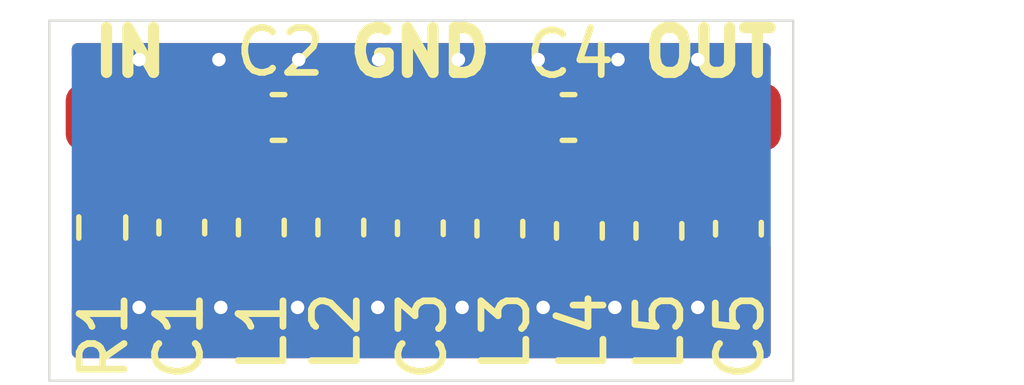
<source format=kicad_pcb>
(kicad_pcb (version 20241228) (generator "pcbnew") (generator_version "9.0")
  (layers (0 "F.Cu" signal) (2 "B.Cu" signal) (13 "F.Paste" user) (15 "B.Paste" user) (5 "F.SilkS" user "F.Silkscreen") (7 "B.SilkS" user "B.Silkscreen") (1 "F.Mask" user) (3 "B.Mask" user) (25 "Edge.Cuts" user))
  (net 0 "")
  (net 1 "Net-(C1-Pad1)")
  (net 2 "GND")
  (net 3 "Net-(C2-Pad2)")
  (net 4 "Net-(C3-Pad1)")
  (net 5 "Net-(C4-Pad2)")
  (net 6 "/output")
  (net 7 "/input")
  (footprint "Capacitor_SMD:C_0603_1608Metric" (layer "F.Cu") (at 40.865 23.62 -90)
    (property "Reference" "C3" (at 2.405 -0.045 90) (layer "F.SilkS"))
    (property "Value" "C_Small")
    (fp_line (start -0.14058 0.51) (end 0.14058 0.51) (stroke (width 0.12)) (layer "F.SilkS"))
    (fp_line (start -0.14058 -0.51) (end 0.14058 -0.51) (stroke (width 0.12)) (layer "F.SilkS"))
    (pad "1" smd roundrect (at -0.775 0 270) (size 0.9 0.95) (layers "F.Cu" "F.Mask" "F.Paste") (net 4 "Net-(C3-Pad1)"))
    (pad "2" smd roundrect (at 0.775 0 270) (size 0.9 0.95) (layers "F.Cu" "F.Mask" "F.Paste") (net 2 "GND"))
  )
  (footprint "my_library:pad_smd_1.5x3" (layer "F.Cu") (at 40.945 21.145)
    (property "Reference" "J3" (hide yes))
    (property "Value" "MountingHole_Pad")
    (pad "1" smd roundrect (at 0 0 90) (size 1.5 3) (layers "F.Cu" "F.Mask" "F.Paste") (net 2 "GND"))
  )
  (footprint "my_library:pad_smd_1.5x3" (layer "F.Cu") (at 47.4 21.14)
    (property "Reference" "J2" (hide yes))
    (property "Value" "MountingHole_Pad")
    (pad "1" smd roundrect (at 0 0 90) (size 1.5 3) (layers "F.Cu" "F.Mask" "F.Paste") (net 6 "/output"))
  )
  (footprint "Capacitor_SMD:C_0603_1608Metric" (layer "F.Cu") (at 37.705 21.15)
    (property "Reference" "C2" (at 0.035 -1.46 0) (layer "F.SilkS"))
    (property "Value" "C_Small")
    (fp_line (start -0.14058 -0.51) (end 0.14058 -0.51) (stroke (width 0.12)) (layer "F.SilkS"))
    (fp_line (start -0.14058 0.51) (end 0.14058 0.51) (stroke (width 0.12)) (layer "F.SilkS"))
    (pad "1" smd roundrect (at -0.775 0) (size 0.9 0.95) (layers "F.Cu" "F.Mask" "F.Paste") (net 1 "Net-(C1-Pad1)"))
    (pad "2" smd roundrect (at 0.775 0) (size 0.9 0.95) (layers "F.Cu" "F.Mask" "F.Paste") (net 3 "Net-(C2-Pad2)"))
  )
  (footprint "Capacitor_SMD:C_0603_1608Metric" (layer "F.Cu") (at 47.95 23.63 -90)
    (property "Reference" "C5" (at 2.395 -0.03 90) (layer "F.SilkS"))
    (property "Value" "C_Small")
    (fp_line (start -0.14058 0.51) (end 0.14058 0.51) (stroke (width 0.12)) (layer "F.SilkS"))
    (fp_line (start -0.14058 -0.51) (end 0.14058 -0.51) (stroke (width 0.12)) (layer "F.SilkS"))
    (pad "1" smd roundrect (at -0.775 0 270) (size 0.9 0.95) (layers "F.Cu" "F.Mask" "F.Paste") (net 6 "/output"))
    (pad "2" smd roundrect (at 0.775 0 270) (size 0.9 0.95) (layers "F.Cu" "F.Mask" "F.Paste") (net 2 "GND"))
  )
  (footprint "Capacitor_SMD:C_0603_1608Metric" (layer "F.Cu") (at 44.165 21.15)
    (property "Reference" "C4" (at 0.038333 -1.41 0) (layer "F.SilkS"))
    (property "Value" "C_Small")
    (fp_line (start -0.14058 -0.51) (end 0.14058 -0.51) (stroke (width 0.12)) (layer "F.SilkS"))
    (fp_line (start -0.14058 0.51) (end 0.14058 0.51) (stroke (width 0.12)) (layer "F.SilkS"))
    (pad "1" smd roundrect (at -0.775 0) (size 0.9 0.95) (layers "F.Cu" "F.Mask" "F.Paste") (net 4 "Net-(C3-Pad1)"))
    (pad "2" smd roundrect (at 0.775 0) (size 0.9 0.95) (layers "F.Cu" "F.Mask" "F.Paste") (net 5 "Net-(C4-Pad2)"))
  )
  (footprint "Inductor_SMD:L_0603_1608Metric" (layer "F.Cu") (at 37.3225 23.605 -90)
    (property "Reference" "L1" (at 2.324762 -0.0275 90) (layer "F.SilkS"))
    (property "Value" "L_Small")
    (fp_line (start -0.162779 0.51) (end 0.162779 0.51) (stroke (width 0.12)) (layer "F.SilkS"))
    (fp_line (start -0.162779 -0.51) (end 0.162779 -0.51) (stroke (width 0.12)) (layer "F.SilkS"))
    (pad "1" smd roundrect (at -0.7875 0 270) (size 0.875 0.95) (layers "F.Cu" "F.Mask" "F.Paste") (net 1 "Net-(C1-Pad1)"))
    (pad "2" smd roundrect (at 0.7875 0 270) (size 0.875 0.95) (layers "F.Cu" "F.Mask" "F.Paste") (net 2 "GND"))
  )
  (footprint "Inductor_SMD:L_0603_1608Metric" (layer "F.Cu") (at 46.17875 23.68 -90)
    (property "Reference" "L5" (at 2.249762 -0.01 90) (layer "F.SilkS"))
    (property "Value" "L_Small")
    (fp_line (start -0.162779 0.51) (end 0.162779 0.51) (stroke (width 0.12)) (layer "F.SilkS"))
    (fp_line (start -0.162779 -0.51) (end 0.162779 -0.51) (stroke (width 0.12)) (layer "F.SilkS"))
    (pad "1" smd roundrect (at -0.7875 0 270) (size 0.875 0.95) (layers "F.Cu" "F.Mask" "F.Paste") (net 6 "/output"))
    (pad "2" smd roundrect (at 0.7875 0 270) (size 0.875 0.95) (layers "F.Cu" "F.Mask" "F.Paste") (net 2 "GND"))
  )
  (footprint "Inductor_SMD:L_0603_1608Metric" (layer "F.Cu") (at 39.09375 23.605 -90)
    (property "Reference" "L2" (at 2.324762 0.11 90) (layer "F.SilkS"))
    (property "Value" "L_Small")
    (fp_line (start -0.162779 0.51) (end 0.162779 0.51) (stroke (width 0.12)) (layer "F.SilkS"))
    (fp_line (start -0.162779 -0.51) (end 0.162779 -0.51) (stroke (width 0.12)) (layer "F.SilkS"))
    (pad "1" smd roundrect (at -0.7875 0 270) (size 0.875 0.95) (layers "F.Cu" "F.Mask" "F.Paste") (net 3 "Net-(C2-Pad2)"))
    (pad "2" smd roundrect (at 0.7875 0 270) (size 0.875 0.95) (layers "F.Cu" "F.Mask" "F.Paste") (net 4 "Net-(C3-Pad1)"))
  )
  (footprint "my_library:pad_smd_1.5x3" (layer "F.Cu") (at 34.465 21.145)
    (property "Reference" "J1" (hide yes))
    (property "Value" "" (hide yes))
    (pad "1" smd roundrect (at 0 0 90) (size 1.5 3) (layers "F.Cu" "F.Mask" "F.Paste") (net 7 "/input"))
  )
  (footprint "Inductor_SMD:L_0603_1608Metric" (layer "F.Cu") (at 44.4075 23.68 -90)
    (property "Reference" "L4" (at 2.249762 -0.07 90) (layer "F.SilkS"))
    (property "Value" "L_Small")
    (fp_line (start -0.162779 0.51) (end 0.162779 0.51) (stroke (width 0.12)) (layer "F.SilkS"))
    (fp_line (start -0.162779 -0.51) (end 0.162779 -0.51) (stroke (width 0.12)) (layer "F.SilkS"))
    (pad "1" smd roundrect (at -0.7875 0 270) (size 0.875 0.95) (layers "F.Cu" "F.Mask" "F.Paste") (net 5 "Net-(C4-Pad2)"))
    (pad "2" smd roundrect (at 0.7875 0 270) (size 0.875 0.95) (layers "F.Cu" "F.Mask" "F.Paste") (net 6 "/output"))
  )
  (footprint "Capacitor_SMD:C_0603_1608Metric" (layer "F.Cu") (at 35.55125 23.605 -90)
    (property "Reference" "C1" (at 2.42 0.06125 90) (layer "F.SilkS"))
    (property "Value" "C_Small")
    (fp_line (start -0.14058 0.51) (end 0.14058 0.51) (stroke (width 0.12)) (layer "F.SilkS"))
    (fp_line (start -0.14058 -0.51) (end 0.14058 -0.51) (stroke (width 0.12)) (layer "F.SilkS"))
    (pad "1" smd roundrect (at -0.775 0 270) (size 0.9 0.95) (layers "F.Cu" "F.Mask" "F.Paste") (net 1 "Net-(C1-Pad1)"))
    (pad "2" smd roundrect (at 0.775 0 270) (size 0.9 0.95) (layers "F.Cu" "F.Mask" "F.Paste") (net 2 "GND"))
  )
  (footprint "Resistor_SMD:R_0603_1608Metric" (layer "F.Cu") (at 33.78 23.605 -90)
    (property "Reference" "R1" (at 2.42 -0.03 90) (layer "F.SilkS"))
    (property "Value" "R_Small")
    (fp_line (start -0.237258 0.5225) (end 0.237258 0.5225) (stroke (width 0.12)) (layer "F.SilkS"))
    (fp_line (start -0.237258 -0.5225) (end 0.237258 -0.5225) (stroke (width 0.12)) (layer "F.SilkS"))
    (pad "1" smd roundrect (at -0.825 0 270) (size 0.8 0.95) (layers "F.Cu" "F.Mask" "F.Paste") (net 7 "/input"))
    (pad "2" smd roundrect (at 0.825 0 270) (size 0.8 0.95) (layers "F.Cu" "F.Mask" "F.Paste") (net 1 "Net-(C1-Pad1)"))
  )
  (footprint "Inductor_SMD:L_0603_1608Metric" (layer "F.Cu") (at 42.63625 23.63 -90)
    (property "Reference" "L3" (at 2.299762 -0.12375 90) (layer "F.SilkS"))
    (property "Value" "L_Small")
    (fp_line (start -0.162779 0.51) (end 0.162779 0.51) (stroke (width 0.12)) (layer "F.SilkS"))
    (fp_line (start -0.162779 -0.51) (end 0.162779 -0.51) (stroke (width 0.12)) (layer "F.SilkS"))
    (pad "1" smd roundrect (at -0.7875 0 270) (size 0.875 0.95) (layers "F.Cu" "F.Mask" "F.Paste") (net 4 "Net-(C3-Pad1)"))
    (pad "2" smd roundrect (at 0.7875 0 270) (size 0.875 0.95) (layers "F.Cu" "F.Mask" "F.Paste") (net 2 "GND"))
  )
  (gr_rect (start 32.6 18.99) (end 49.17 27.02) (stroke (width 0.05)) (fill no) (layer "Edge.Cuts"))
  (gr_text "IN" (at 33.471429 20.28 0) (layer "F.SilkS") (effects (font (size 1 1) (thickness 0.25) (bold yes)) (justify left bottom)))
  (gr_text "GND" (at 39.172858 20.28 0) (layer "F.SilkS") (effects (font (size 1 1) (thickness 0.25) (bold yes)) (justify left bottom)))
  (gr_text "OUT" (at 45.731429 20.28 0) (layer "F.SilkS") (effects (font (size 1 1) (thickness 0.25) (bold yes)) (justify left bottom)))
  (segment (start 35.1 22.83) (end 35.55125 22.83) (width 0.2) (layer "F.Cu") (net 1))
  (segment (start 35.56375 22.8175) (end 35.55125 22.83) (width 0.2) (layer "F.Cu") (net 1))
  (segment (start 37.3225 22.8175) (end 37.3225 21.5425) (width 0.2) (layer "F.Cu") (net 1))
  (segment (start 37.3225 21.5425) (end 36.93 21.15) (width 0.2) (layer "F.Cu") (net 1))
  (segment (start 33.78 24.43) (end 33.78 24.15) (width 0.2) (layer "F.Cu") (net 1))
  (segment (start 33.78 24.15) (end 35.1 22.83) (width 0.2) (layer "F.Cu") (net 1))
  (segment (start 37.3225 22.8175) (end 35.56375 22.8175) (width 0.2) (layer "F.Cu") (net 1))
  (segment (start 37.31 24.38) (end 37.3225 24.3925) (width 0.2) (layer "F.Cu") (net 2))
  (segment (start 35.50125 24.43) (end 35.55125 24.38) (width 0.2) (layer "F.Cu") (net 2))
  (via (at 38.13 25.386131) (size 0.6) (drill 0.3) (layers "F.Cu" "B.Cu") (net 2))
  (via (at 38.155615 19.86) (size 0.6) (drill 0.3) (layers "F.Cu" "B.Cu") (net 2))
  (via (at 47.044652 25.386131) (size 0.6) (drill 0.3) (layers "F.Cu" "B.Cu") (net 2))
  (via (at 41.71123 19.86) (size 0.6) (drill 0.3) (layers "F.Cu" "B.Cu") (net 2))
  (via (at 36.42 25.386131) (size 0.6) (drill 0.3) (layers "F.Cu" "B.Cu") (net 2))
  (via (at 39.917006 25.386131) (size 0.6) (drill 0.3) (layers "F.Cu" "B.Cu") (net 2))
  (via (at 47.044652 19.86) (size 0.6) (drill 0.3) (layers "F.Cu" "B.Cu") (net 2))
  (via (at 45.266845 19.86) (size 0.6) (drill 0.3) (layers "F.Cu" "B.Cu") (net 2))
  (via (at 43.600142 25.386131) (size 0.6) (drill 0.3) (layers "F.Cu" "B.Cu") (net 2))
  (via (at 43.489037 19.86) (size 0.6) (drill 0.3) (layers "F.Cu" "B.Cu") (net 2))
  (via (at 36.377807 19.86) (size 0.6) (drill 0.3) (layers "F.Cu" "B.Cu") (net 2))
  (via (at 39.933422 19.86) (size 0.6) (drill 0.3) (layers "F.Cu" "B.Cu") (net 2))
  (via (at 41.794887 25.386131) (size 0.6) (drill 0.3) (layers "F.Cu" "B.Cu") (net 2))
  (via (at 45.197897 25.386131) (size 0.6) (drill 0.3) (layers "F.Cu" "B.Cu") (net 2))
  (via (at 34.6 19.86) (size 0.6) (drill 0.3) (layers "F.Cu" "B.Cu") (net 2))
  (via (at 34.6 25.386131) (size 0.6) (drill 0.3) (layers "F.Cu" "B.Cu") (net 2))
  (segment (start 38.48 21.15) (end 38.48 22.20375) (width 0.2) (layer "F.Cu") (net 3))
  (segment (start 38.48 22.20375) (end 39.09375 22.8175) (width 0.2) (layer "F.Cu") (net 3))
  (segment (start 39.09375 24.3925) (end 39.09375 24.22625) (width 0.2) (layer "F.Cu") (net 4))
  (segment (start 43.39 22.05) (end 43.39 21.15) (width 0.2) (layer "F.Cu") (net 4))
  (segment (start 40.865 22.845) (end 42.63375 22.845) (width 0.2) (layer "F.Cu") (net 4))
  (segment (start 42.63625 22.8425) (end 42.63625 22.80375) (width 0.2) (layer "F.Cu") (net 4))
  (segment (start 42.63375 22.845) (end 42.63625 22.8425) (width 0.2) (layer "F.Cu") (net 4))
  (segment (start 42.63625 22.80375) (end 43.39 22.05) (width 0.2) (layer "F.Cu") (net 4))
  (segment (start 40.475 22.845) (end 40.865 22.845) (width 0.2) (layer "F.Cu") (net 4))
  (segment (start 39.09375 24.22625) (end 40.475 22.845) (width 0.2) (layer "F.Cu") (net 4))
  (segment (start 44.4075 21.6825) (end 44.94 21.15) (width 0.2) (layer "F.Cu") (net 5))
  (segment (start 44.4075 22.8925) (end 44.4075 21.6825) (width 0.2) (layer "F.Cu") (net 5))
  (segment (start 47.4 21.14) (end 47.4 22.305) (width 0.2) (layer "F.Cu") (net 6))
  (segment (start 44.4075 24.3225) (end 45.8375 22.8925) (width 0.2) (layer "F.Cu") (net 6))
  (segment (start 46.21625 22.855) (end 46.17875 22.8925) (width 0.2) (layer "F.Cu") (net 6))
  (segment (start 45.8375 22.8925) (end 46.17875 22.8925) (width 0.2) (layer "F.Cu") (net 6))
  (segment (start 44.4075 24.4675) (end 44.4075 24.3225) (width 0.2) (layer "F.Cu") (net 6))
  (segment (start 47.95 22.855) (end 46.21625 22.855) (width 0.2) (layer "F.Cu") (net 6))
  (segment (start 47.4 22.305) (end 47.95 22.855) (width 0.2) (layer "F.Cu") (net 6))
  (segment (start 34.465 22.095) (end 33.78 22.78) (width 0.2) (layer "F.Cu") (net 7))
  (segment (start 34.465 21.145) (end 34.465 22.095) (width 0.2) (layer "F.Cu") (net 7))
  (zone (net 2) (net_name "GND") (layer "F.Cu") (priority 1) (connect_pads yes (clearance 0.5)) (min_thickness 0.25) (fill yes (thermal_gap 0.5) (thermal_bridge_width 0.5))
    (polygon (pts (xy 42.42 21.9) (xy 42.42 20.22) (xy 49.15 20.22) (xy 49.16 20.23) (xy 49.17 20.22) (xy 49.17 19.01) (xy 49.16 19) (xy 32.61 19) (xy 32.61 20.32) (xy 32.62 20.33) (xy 39.37 20.33) (xy 39.44 20.4) (xy 39.44 21.9)))
  )
  (zone (net 2) (net_name "GND") (layer "F.Cu") (connect_pads yes (clearance 0.5)) (min_thickness 0.25) (fill yes (thermal_gap 0.5) (thermal_bridge_width 0.5))
    (polygon (pts (xy 32.64 23.93) (xy 49.07 23.93) (xy 49.1 23.96) (xy 49.1 27.01) (xy 49.09 27.02) (xy 32.64 27.02)))
  )
  (zone (net 2) (net_name "GND") (layer "B.Cu") (priority 2) (connect_pads yes (clearance 0.5)) (min_thickness 0.25) (fill yes (thermal_gap 0.5) (thermal_bridge_width 0.5))
    (polygon (pts (xy 49.16 19) (xy 32.61 19) (xy 32.61 27.02) (xy 49.15 27.02) (xy 49.17 27) (xy 49.17 19.01)))
  )
)
</source>
